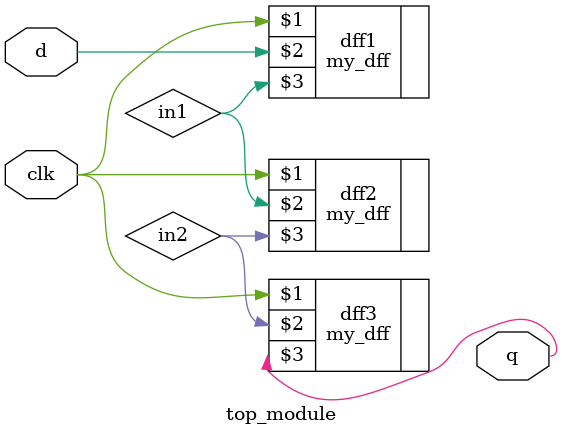
<source format=v>
module top_module ( input clk, input d, output q );
    wire in1,in2;
    my_dff dff1(clk, d, in1);
    my_dff dff2(clk, in1, in2);
    my_dff dff3(clk, in2 ,q);
endmodule

</source>
